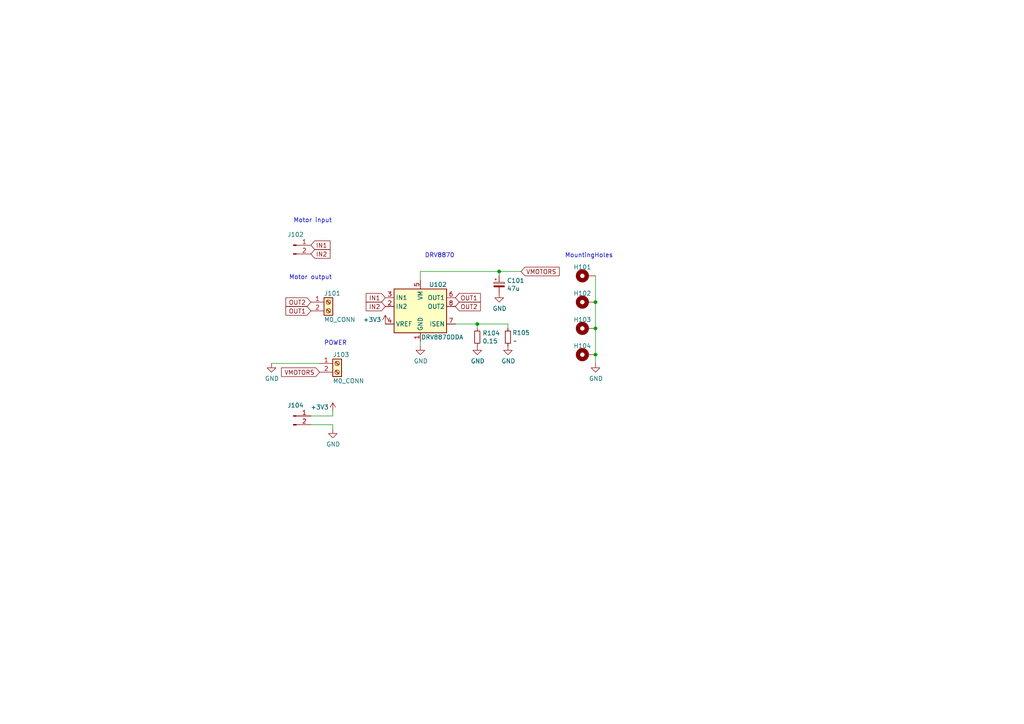
<source format=kicad_sch>
(kicad_sch (version 20230121) (generator eeschema)
  (paper "A4")
  (lib_symbols
    (symbol "Connector:Conn_01x02_Pin" (pin_names (offset 1.016) hide)
      (property "Reference" "J" (at 0 2.54 0))
      (property "Value" "Conn_01x02_Pin" (at 0 -5.08 0))
      (symbol "Conn_01x02_Pin_1_1"
        (polyline (pts (xy 1.27 -2.54) (xy 0.8636 -2.54)) (stroke (width 0.1524)))
        (polyline (pts (xy 1.27 0) (xy 0.8636 0)) (stroke (width 0.1524)))
        (rectangle (start 0.8636 -2.413) (end 0 -2.667) (stroke (width 0.1524)) (fill (type outline)))
        (rectangle (start 0.8636 0.127) (end 0 -0.127) (stroke (width 0.1524)) (fill (type outline)))
        (pin passive line (at 5.08 0 180) (length 3.81) (name "Pin_1") (number "1"))
        (pin passive line (at 5.08 -2.54 180) (length 3.81) (name "Pin_2") (number "2"))
      )
    )
    (symbol "Connector:Screw_Terminal_01x02" (pin_names (offset 1.016) hide)
      (property "Reference" "J" (at 0 2.54 0))
      (property "Value" "Screw_Terminal_01x02" (at 0 -5.08 0))
      (symbol "Screw_Terminal_01x02_1_1"
        (rectangle (start -1.27 1.27) (end 1.27 -3.81) (stroke (width 0.254)) (fill (type background)))
        (circle (center 0 -2.54) (radius 0.635) (stroke (width 0.1524)))
        (polyline (pts (xy -0.5334 -2.2098) (xy 0.3302 -3.048)) (stroke (width 0.1524)))
        (polyline (pts (xy -0.5334 0.3302) (xy 0.3302 -0.508)) (stroke (width 0.1524)))
        (polyline (pts (xy -0.3556 -2.032) (xy 0.508 -2.8702)) (stroke (width 0.1524)))
        (polyline (pts (xy -0.3556 0.508) (xy 0.508 -0.3302)) (stroke (width 0.1524)))
        (circle (center 0 0) (radius 0.635) (stroke (width 0.1524)))
        (pin passive line (at -5.08 0 0) (length 3.81) (name "Pin_1") (number "1"))
        (pin passive line (at -5.08 -2.54 0) (length 3.81) (name "Pin_2") (number "2"))
      )
    )
    (symbol "Device:R_Small" (pin_numbers hide) (pin_names (offset 0.254) hide)
      (property "Reference" "R" (at 0.762 0.508 0))
      (property "Value" "R_Small" (at 0.762 -1.016 0))
      (symbol "R_Small_0_1"
        (rectangle (start -0.762 1.778) (end 0.762 -1.778) (stroke (width 0.2032)))
      )
      (symbol "R_Small_1_1"
        (pin passive line (at 0 2.54 270) (length 0.762) (name "~") (number "1"))
        (pin passive line (at 0 -2.54 90) (length 0.762) (name "~") (number "2"))
      )
    )
    (symbol "Driver_Motor:DRV8870DDA"
      (property "Reference" "U" (at -6.35 6.35 0))
      (property "Value" "DRV8870DDA" (at 8.89 6.35 0))
      (symbol "DRV8870DDA_0_1"
        (rectangle (start -7.62 5.08) (end 7.62 -7.62) (stroke (width 0.254)) (fill (type background)))
      )
      (symbol "DRV8870DDA_1_1"
        (pin power_in line (at 0 -10.16 90) (length 2.54) (name "GND") (number "1"))
        (pin input line (at -10.16 0 0) (length 2.54) (name "IN2") (number "2"))
        (pin input line (at -10.16 2.54 0) (length 2.54) (name "IN1") (number "3"))
        (pin input line (at -10.16 -5.08 0) (length 2.54) (name "VREF") (number "4"))
        (pin power_in line (at 0 7.62 270) (length 2.54) (name "VM") (number "5"))
        (pin output line (at 10.16 2.54 180) (length 2.54) (name "OUT1") (number "6"))
        (pin passive line (at 10.16 -5.08 180) (length 2.54) (name "ISEN") (number "7"))
        (pin output line (at 10.16 0 180) (length 2.54) (name "OUT2") (number "8"))
        (pin passive line (at 0 -10.16 90) (length 2.54) hide (name "GND") (number "9"))
      )
    )
    (symbol "Mechanical:MountingHole_Pad" (pin_numbers hide) (pin_names (offset 1.016) hide)
      (property "Reference" "H" (at 0 6.35 0))
      (property "Value" "MountingHole_Pad" (at 0 4.445 0))
      (symbol "MountingHole_Pad_0_1"
        (circle (center 0 1.27) (radius 1.27) (stroke (width 1.27)))
      )
      (symbol "MountingHole_Pad_1_1"
        (pin input line (at 0 -2.54 90) (length 2.54) (name "1") (number "1"))
      )
    )
    (symbol "power:GND" (power) (pin_names (offset 0))
      (property "Value" "GND" (at 0 -3.81 0))
      (symbol "GND_0_1"
        (polyline (pts (xy 0 0) (xy 0 -1.27) (xy 1.27 -1.27) (xy 0 -2.54) (xy -1.27 -1.27) (xy 0 -1.27)))
      )
      (symbol "GND_1_1"
        (pin power_in line (at 0 0 270) (length 0) hide (name "GND") (number "1"))
      )
    )
    (symbol "smart_motor_controller-rescue:+3.3V-power" (power) (pin_names (offset 0))
      (property "Value" "+3.3V-power" (at 0 3.556 0))
      (symbol "+3.3V-power_0_1"
        (polyline (pts (xy -0.762 1.27) (xy 0 2.54)))
        (polyline (pts (xy 0 0) (xy 0 2.54)))
        (polyline (pts (xy 0 2.54) (xy 0.762 1.27)))
      )
      (symbol "+3.3V-power_1_1"
        (pin power_in line (at 0 0 90) (length 0) hide (name "+3V3") (number "1"))
      )
    )
    (symbol "smart_motor_controller-rescue:CP_Small-Device" (pin_numbers hide) (pin_names (offset 0.254) hide)
      (property "Reference" "C" (at 0.254 1.778 0))
      (property "Value" "Device_CP_Small" (at 0.254 -2.032 0))
      (symbol "CP_Small-Device_0_1"
        (rectangle (start -1.524 -0.3048) (end 1.524 -0.6858) (fill (type outline)))
        (rectangle (start -1.524 0.6858) (end 1.524 0.3048))
        (polyline (pts (xy -1.27 1.524) (xy -0.762 1.524)))
        (polyline (pts (xy -1.016 1.27) (xy -1.016 1.778)))
      )
      (symbol "CP_Small-Device_1_1"
        (pin passive line (at 0 2.54 270) (length 1.8542) (name "~") (number "1"))
        (pin passive line (at 0 -2.54 90) (length 1.8542) (name "~") (number "2"))
      )
    )
  )
  (junction (at 138.43 93.98))
  (junction (at 144.78 78.74))
  (junction (at 172.72 102.87))
  (junction (at 172.72 87.63))
  (junction (at 172.72 95.25))
  (wire (pts (xy 121.92 78.74) (xy 144.78 78.74)))
  (wire (pts (xy 151.13 78.74) (xy 144.78 78.74)))
  (wire (pts (xy 172.72 102.87) (xy 172.72 105.41)))
  (wire (pts (xy 121.92 99.06) (xy 121.92 100.33)))
  (wire (pts (xy 90.17 120.65) (xy 96.52 120.65)))
  (wire (pts (xy 138.43 93.98) (xy 138.43 95.25)))
  (wire (pts (xy 172.72 87.63) (xy 172.72 95.25)))
  (wire (pts (xy 172.72 95.25) (xy 172.72 102.87)))
  (wire (pts (xy 96.52 120.65) (xy 96.52 119.38)))
  (wire (pts (xy 144.78 80.01) (xy 144.78 78.74)))
  (wire (pts (xy 90.17 123.19) (xy 96.52 123.19)))
  (wire (pts (xy 172.72 80.01) (xy 172.72 87.63)))
  (wire (pts (xy 138.43 93.98) (xy 147.32 93.98)))
  (wire (pts (xy 132.08 93.98) (xy 138.43 93.98)))
  (wire (pts (xy 96.52 123.19) (xy 96.52 124.46)))
  (wire (pts (xy 78.74 105.41) (xy 92.71 105.41)))
  (wire (pts (xy 147.32 93.98) (xy 147.32 95.25)))
  (wire (pts (xy 121.92 78.74) (xy 121.92 81.28)))
  (text "Motor output" (at 83.82 81.28 0) (effects (font (size 1.27 1.27)) (justify left bottom)))
  (text "DRV8870" (at 123.19 74.93 0) (effects (font (size 1.27 1.27)) (justify left bottom)))
  (text "MountingHoles" (at 163.83 74.93 0) (effects (font (size 1.27 1.27)) (justify left bottom)))
  (text "POWER" (at 93.98 100.33 0) (effects (font (size 1.27 1.27)) (justify left bottom)))
  (text "Motor input" (at 85.09 64.77 0) (effects (font (size 1.27 1.27)) (justify left bottom)))
  (global_label "OUT2" (shape input) (at 90.17 87.63 180) (property "Intersheetrefs" "${INTERSHEET_REFS}" (effects hide)))
  (global_label "VMOTORS" (shape input) (at 151.13 78.74 0) (property "Intersheetrefs" "${INTERSHEET_REFS}" (effects hide)))
  (global_label "OUT2" (shape input) (at 132.08 88.9 0) (property "Intersheetrefs" "${INTERSHEET_REFS}" (effects hide)))
  (global_label "IN1" (shape input) (at 90.17 71.12 0) (property "Intersheetrefs" "${INTERSHEET_REFS}" (effects hide)))
  (global_label "OUT1" (shape input) (at 90.17 90.17 180) (property "Intersheetrefs" "${INTERSHEET_REFS}" (effects hide)))
  (global_label "IN2" (shape input) (at 111.76 88.9 180) (property "Intersheetrefs" "${INTERSHEET_REFS}" (effects hide)))
  (global_label "VMOTORS" (shape input) (at 92.71 107.95 180) (property "Intersheetrefs" "${INTERSHEET_REFS}" (effects hide)))
  (global_label "OUT1" (shape input) (at 132.08 86.36 0) (property "Intersheetrefs" "${INTERSHEET_REFS}" (effects hide)))
  (global_label "IN1" (shape input) (at 111.76 86.36 180) (property "Intersheetrefs" "${INTERSHEET_REFS}" (effects hide)))
  (global_label "IN2" (shape input) (at 90.17 73.66 0) (property "Intersheetrefs" "${INTERSHEET_REFS}" (effects hide)))
  (symbol (lib_id "power:GND") (at 121.92 100.33 0) (unit 1)
    (property "Reference" "#PWR0117" (effects hide))
    (property "Value" "GND" (at 122.047 104.7242 0))
  )
  (symbol (lib_id "power:GND") (at 96.52 124.46 0) (unit 1)
    (property "Reference" "#PWR0102" (effects hide))
    (property "Value" "GND" (at 96.647 128.8542 0))
  )
  (symbol (lib_id "Mechanical:MountingHole_Pad") (at 170.18 80.01 90) (unit 1)
    (property "Reference" "H101" (at 168.91 77.47 90))
    (property "Value" "MountingHole" (effects hide))
    (property "Footprint" "MountingHole:MountingHole_3.2mm_M3_DIN965_Pad" (effects hide))
    (property "LCSC Part #" "No need" (effects hide))
  )
  (symbol (lib_id "power:GND") (at 172.72 105.41 0) (unit 1)
    (property "Reference" "#PWR0112" (effects hide))
    (property "Value" "GND" (at 172.847 109.8042 0))
  )
  (symbol (lib_id "Connector:Conn_01x02_Pin") (at 85.09 71.12 0) (unit 1)
    (property "Reference" "J102" (at 85.725 68.0339 0))
    (property "Value" "Conn_01x02_Pin" (effects hide))
    (property "Footprint" "Connector_PinHeader_2.54mm:PinHeader_1x02_P2.54mm_Vertical" (effects hide))
    (property "LCSC Part #" "In stock" (effects hide))
  )
  (symbol (lib_id "Device:R_Small") (at 138.43 97.79 0) (unit 1)
    (property "Reference" "R104" (at 139.9286 96.6216 0) (effects (justify left)))
    (property "Value" "0.15" (at 139.9286 98.933 0) (effects (justify left)))
    (property "Footprint" "Resistor_SMD:R_0603_1608Metric" (effects hide))
    (property "LCSC Part #" "C45879" (effects hide))
  )
  (symbol (lib_id "smart_motor_controller-rescue:CP_Small-Device") (at 144.78 82.55 0) (unit 1)
    (property "Reference" "C101" (at 147.0152 81.3816 0) (effects (justify left)))
    (property "Value" "47u" (at 147.0152 83.693 0) (effects (justify left)))
    (property "Footprint" "Capacitor_THT:CP_Radial_D5.0mm_P2.00mm" (effects hide))
    (property "LCSC Part #" "In stock" (effects hide))
  )
  (symbol (lib_id "power:GND") (at 147.32 100.33 0) (unit 1)
    (property "Reference" "#PWR0119" (effects hide))
    (property "Value" "GND" (at 147.447 104.7242 0))
  )
  (symbol (lib_id "Connector:Conn_01x02_Pin") (at 85.09 120.65 0) (unit 1)
    (property "Reference" "J104" (at 85.725 117.5639 0))
    (property "Value" "Conn_01x02_Pin" (effects hide))
    (property "Footprint" "Connector_PinHeader_2.54mm:PinHeader_1x02_P2.54mm_Vertical" (effects hide))
    (property "LCSC Part #" "In stock" (effects hide))
  )
  (symbol (lib_id "smart_motor_controller-rescue:+3.3V-power") (at 96.52 119.38 0) (unit 1)
    (property "Reference" "#PWR0101" (effects hide))
    (property "Value" "+3.3V" (at 92.71 118.11 0))
  )
  (symbol (lib_id "Mechanical:MountingHole_Pad") (at 170.18 102.87 90) (unit 1)
    (property "Reference" "H104" (at 168.91 100.33 90))
    (property "Value" "MountingHole" (effects hide))
    (property "Footprint" "MountingHole:MountingHole_3.2mm_M3_DIN965_Pad" (effects hide))
    (property "LCSC Part #" "No need" (effects hide))
  )
  (symbol (lib_id "power:GND") (at 144.78 85.09 0) (unit 1)
    (property "Reference" "#PWR0103" (effects hide))
    (property "Value" "GND" (at 144.907 89.4842 0))
  )
  (symbol (lib_id "power:GND") (at 138.43 100.33 0) (unit 1)
    (property "Reference" "#PWR0118" (effects hide))
    (property "Value" "GND" (at 138.557 104.7242 0))
  )
  (symbol (lib_id "power:GND") (at 78.74 105.41 0) (unit 1)
    (property "Reference" "#PWR0109" (effects hide))
    (property "Value" "GND" (at 78.867 109.8042 0))
  )
  (symbol (lib_id "Connector:Screw_Terminal_01x02") (at 97.79 105.41 0) (unit 1)
    (property "Reference" "J103" (at 96.52 102.87 0) (effects (justify left)))
    (property "Value" "M0_CONN" (at 96.52 110.49 0) (effects (justify left)))
    (property "Footprint" "VsReality_Footprints:JILN JL126-50002G01" (effects hide))
    (property "LCSC Part #" "C394556" (effects hide))
  )
  (symbol (lib_id "Mechanical:MountingHole_Pad") (at 170.18 87.63 90) (unit 1)
    (property "Reference" "H102" (at 168.91 85.09 90))
    (property "Value" "MountingHole" (effects hide))
    (property "Footprint" "MountingHole:MountingHole_3.2mm_M3_DIN965_Pad" (effects hide))
    (property "LCSC Part #" "No need" (effects hide))
  )
  (symbol (lib_id "Device:R_Small") (at 147.32 97.79 0) (unit 1)
    (property "Reference" "R105" (at 148.59 96.52 0) (effects (justify left)))
    (property "Value" "~" (at 148.8186 98.933 0) (effects (justify left)))
    (property "Footprint" "Resistor_THT:R_Axial_DIN0204_L3.6mm_D1.6mm_P5.08mm_Horizontal" (effects hide))
    (property "LCSC Part #" "C114605" (effects hide))
  )
  (symbol (lib_id "Connector:Screw_Terminal_01x02") (at 95.25 87.63 0) (unit 1)
    (property "Reference" "J101" (at 93.98 85.09 0) (effects (justify left)))
    (property "Value" "M0_CONN" (at 93.98 92.71 0) (effects (justify left)))
    (property "Footprint" "VsReality_Footprints:JILN JL126-50002G01" (effects hide))
    (property "LCSC Part #" "C394556" (effects hide))
  )
  (symbol (lib_id "smart_motor_controller-rescue:+3.3V-power") (at 111.76 93.98 0) (unit 1)
    (property "Reference" "#PWR0116" (effects hide))
    (property "Value" "+3.3V" (at 107.95 92.71 0))
  )
  (symbol (lib_id "Driver_Motor:DRV8870DDA") (at 121.92 88.9 0) (unit 1)
    (property "Reference" "U102" (at 127 82.55 0))
    (property "Value" "DRV8870DDA" (at 128.27 97.79 0))
    (property "Footprint" "Package_SO:Texas_HTSOP-8-1EP_3.9x4.9mm_P1.27mm_EP2.95x4.9mm_Mask2.4x3.1mm_ThermalVias" (effects hide))
    (property "Datasheet" "http://www.ti.com/lit/ds/symlink/drv8870.pdf" (effects hide))
    (property "LCSC Part #" "C86590" (effects hide))
  )
  (symbol (lib_id "Mechanical:MountingHole_Pad") (at 170.18 95.25 90) (unit 1)
    (property "Reference" "H103" (at 168.91 92.71 90))
    (property "Value" "MountingHole" (effects hide))
    (property "Footprint" "MountingHole:MountingHole_3.2mm_M3_DIN965_Pad" (effects hide))
    (property "LCSC Part #" "No need" (effects hide))
  )
)
</source>
